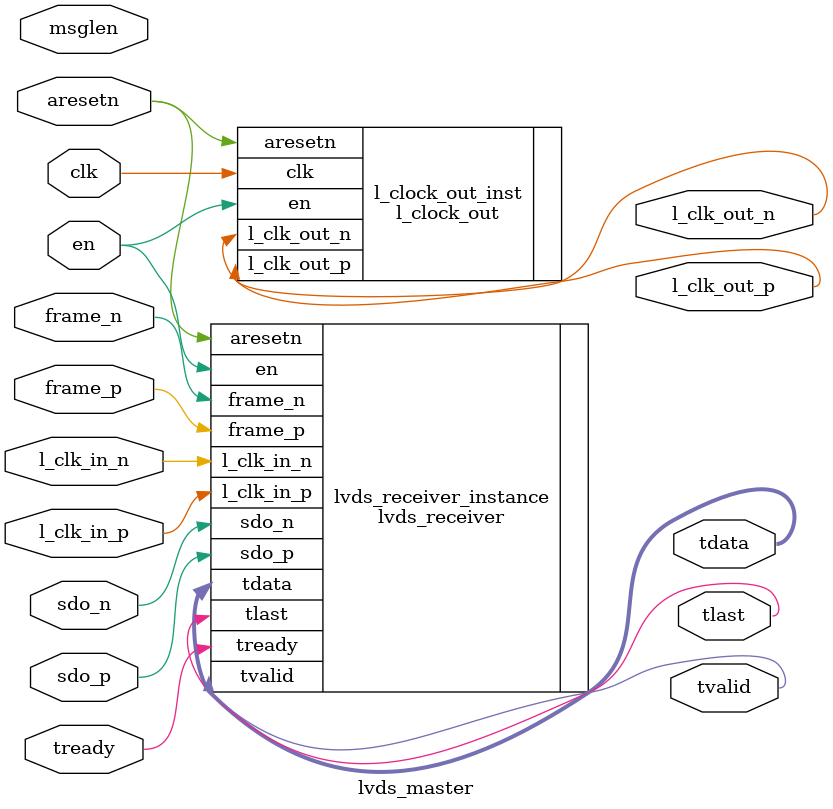
<source format=v>
`timescale 1ns / 1ps


module lvds_master #(parameter MSGLEN = 44)(
    input en,
    input clk,
    input aresetn,
    input frame_p,
    input frame_n,
    input sdo_p,
    input sdo_n,
    input l_clk_in_p,
    input l_clk_in_n,
    input [5:0] msglen,
    output [47:0] tdata,
    output l_clk_out_p,
    output l_clk_out_n,
    input tready,
    output tvalid,
    output tlast
    );
    
    
    l_clock_out l_clock_out_inst (
    .clk(clk),    // Connecting input port 'a' to in1
    .aresetn(aresetn),    // Connecting input port 'b' to in2
    .en(en),
    .l_clk_out_p(l_clk_out_p),    // Connecting output port 'y' to out1
    .l_clk_out_n(l_clk_out_n));
            
    
    lvds_receiver #(.MSGLEN(MSGLEN)) lvds_receiver_instance (
    .l_clk_in_p(l_clk_in_p),
    .l_clk_in_n(l_clk_in_n),
    .sdo_p(sdo_p),
    .sdo_n(sdo_n),
    .frame_p(frame_p),
    .frame_n(frame_n),
    .en(en),
    .aresetn(aresetn),
    .tdata(tdata),
    .tvalid(tvalid),
    .tready(tready),
    .tlast(tlast));
    
    
    
    
endmodule

</source>
